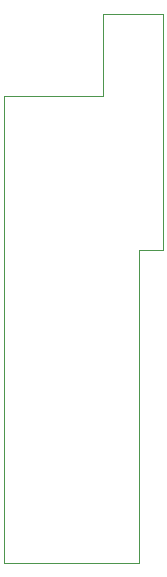
<source format=gbr>
G04 #@! TF.GenerationSoftware,KiCad,Pcbnew,(6.0.1-0)*
G04 #@! TF.CreationDate,2022-08-23T11:55:36-04:00*
G04 #@! TF.ProjectId,feederFloor,66656564-6572-4466-9c6f-6f722e6b6963,rev?*
G04 #@! TF.SameCoordinates,Original*
G04 #@! TF.FileFunction,Profile,NP*
%FSLAX46Y46*%
G04 Gerber Fmt 4.6, Leading zero omitted, Abs format (unit mm)*
G04 Created by KiCad (PCBNEW (6.0.1-0)) date 2022-08-23 11:55:36*
%MOMM*%
%LPD*%
G01*
G04 APERTURE LIST*
G04 #@! TA.AperFunction,Profile*
%ADD10C,0.050000*%
G04 #@! TD*
G04 APERTURE END LIST*
D10*
X32650114Y-45113687D02*
X32650114Y-71613687D01*
X34650114Y-25113687D02*
X34650114Y-45113687D01*
X29650114Y-32113687D02*
X21250114Y-32113687D01*
X32650114Y-45113687D02*
X34650114Y-45113687D01*
X29650114Y-32113687D02*
X29650114Y-25113687D01*
X29650114Y-25113687D02*
X34650114Y-25113687D01*
X21250114Y-71613687D02*
X21250114Y-32113687D01*
X32650114Y-71613687D02*
X21250114Y-71613687D01*
M02*

</source>
